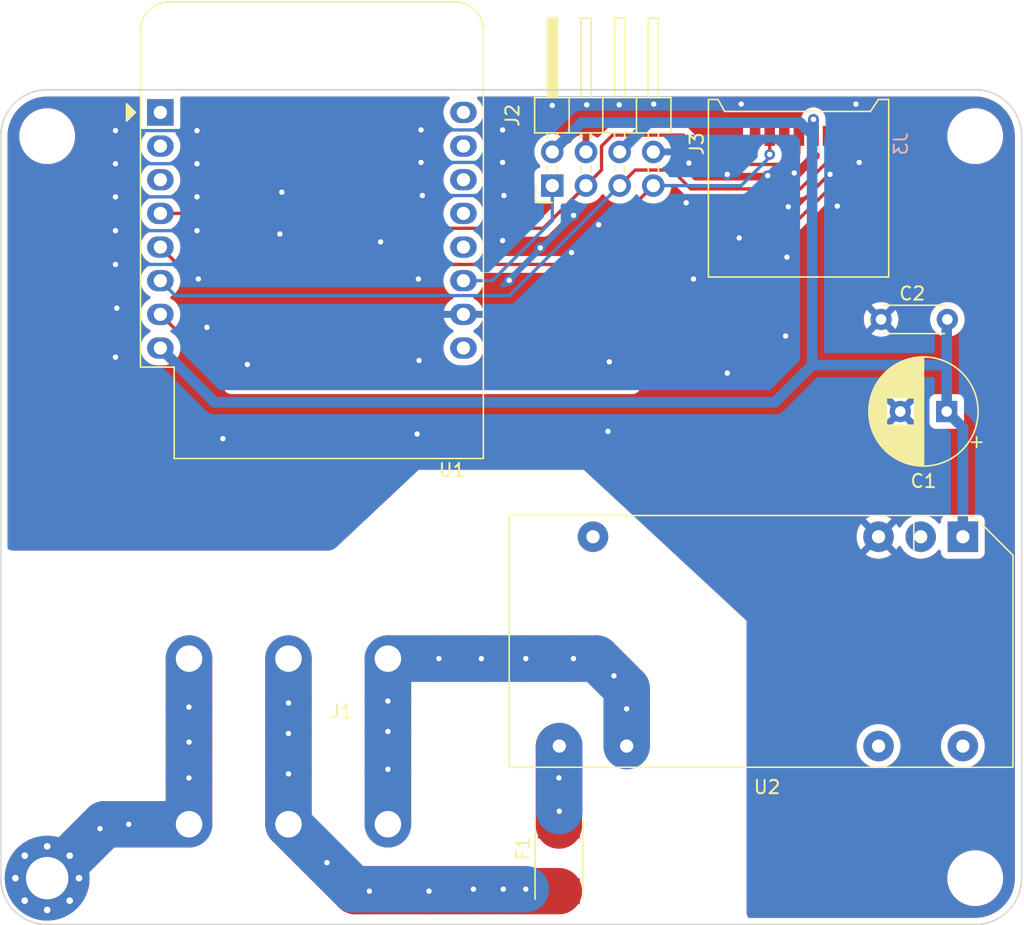
<source format=kicad_pcb>
(kicad_pcb (version 20210722) (generator pcbnew)
  (layers (0 "F.Cu" signal) (31 "B.Cu" signal) (34 "B.Paste" user) (35 "F.Paste" user) (36 "B.SilkS" user "B.Silkscreen") (37 "F.SilkS" user "F.Silkscreen") (38 "B.Mask" user) (39 "F.Mask" user) (44 "Edge.Cuts" user))
  (net 0 "")
  (net 1 "+3V3")
  (net 2 "GND")
  (net 5 "AC1")
  (net 6 "AC2")
  (net 10 "CLK")
  (net 11 "MISO")
  (net 12 "MOSI")
  (net 13 "Net-(F1-Pad2)")
  (net 14 "CS")
  (net 20 "PE")
  (net 21 "SD_CS")
  (footprint "Capacitor_THT:CP_Radial_D8.0mm_P3.50mm" (layer "F.Cu") (at 181.55 74.95 180)
    (fp_text reference "C1" (at 1.75 -5.25) (layer "F.SilkS"))
    (fp_text value "470uF" hide)
    (fp_line (start 4.431 -3.09) (end 4.431 -1.04) (layer "F.SilkS") (width 0.12))
    (fp_line (start 3.111 -3.85) (end 3.111 -1.04) (layer "F.SilkS") (width 0.12))
    (fp_line (start 4.151 -3.309) (end 4.151 -1.04) (layer "F.SilkS") (width 0.12))
    (fp_line (start 4.311 -3.189) (end 4.311 -1.04) (layer "F.SilkS") (width 0.12))
    (fp_line (start 3.991 1.04) (end 3.991 3.418) (layer "F.SilkS") (width 0.12))
    (fp_line (start 5.551 -1.552) (end 5.551 1.552) (layer "F.SilkS") (width 0.12))
    (fp_line (start 4.951 -2.556) (end 4.951 2.556) (layer "F.SilkS") (width 0.12))
    (fp_line (start 4.751 -2.784) (end 4.751 2.784) (layer "F.SilkS") (width 0.12))
    (fp_line (start 4.551 -2.983) (end 4.551 2.983) (layer "F.SilkS") (width 0.12))
    (fp_line (start 4.591 -2.945) (end 4.591 2.945) (layer "F.SilkS") (width 0.12))
    (fp_line (start 5.391 -1.89) (end 5.391 1.89) (layer "F.SilkS") (width 0.12))
    (fp_line (start 5.671 -1.229) (end 5.671 1.229) (layer "F.SilkS") (width 0.12))
    (fp_line (start 4.791 -2.741) (end 4.791 2.741) (layer "F.SilkS") (width 0.12))
    (fp_line (start 4.391 1.04) (end 4.391 3.124) (layer "F.SilkS") (width 0.12))
    (fp_line (start 5.831 -0.533) (end 5.831 0.533) (layer "F.SilkS") (width 0.12))
    (fp_line (start 3.551 -3.666) (end 3.551 -1.04) (layer "F.SilkS") (width 0.12))
    (fp_line (start 3.191 -3.821) (end 3.191 -1.04) (layer "F.SilkS") (width 0.12))
    (fp_line (start 4.351 -3.156) (end 4.351 -1.04) (layer "F.SilkS") (width 0.12))
    (fp_line (start 3.431 1.04) (end 3.431 3.722) (layer "F.SilkS") (width 0.12))
    (fp_line (start 4.111 1.04) (end 4.111 3.338) (layer "F.SilkS") (width 0.12))
    (fp_line (start 4.231 -3.25) (end 4.231 -1.04) (layer "F.SilkS") (width 0.12))
    (fp_line (start 2.791 1.04) (end 2.791 3.947) (layer "F.SilkS") (width 0.12))
    (fp_line (start 3.831 1.04) (end 3.831 3.517) (layer "F.SilkS") (width 0.12))
    (fp_line (start 5.591 -1.453) (end 5.591 1.453) (layer "F.SilkS") (width 0.12))
    (fp_line (start 2.471 1.04) (end 2.471 4.017) (layer "F.SilkS") (width 0.12))
    (fp_line (start 5.751 -0.948) (end 5.751 0.948) (layer "F.SilkS") (width 0.12))
    (fp_line (start 3.951 -3.444) (end 3.951 -1.04) (layer "F.SilkS") (width 0.12))
    (fp_line (start 5.231 -2.166) (end 5.231 2.166) (layer "F.SilkS") (width 0.12))
    (fp_line (start 3.351 -3.757) (end 3.351 -1.04) (layer "F.SilkS") (width 0.12))
    (fp_line (start 4.271 1.04) (end 4.271 3.22) (layer "F.SilkS") (width 0.12))
    (fp_line (start 5.311 -2.034) (end 5.311 2.034) (layer "F.SilkS") (width 0.12))
    (fp_line (start 2.551 -4.002) (end 2.551 -1.04) (layer "F.SilkS") (width 0.12))
    (fp_line (start 5.271 -2.102) (end 5.271 2.102) (layer "F.SilkS") (width 0.12))
    (fp_line (start 3.751 1.04) (end 3.751 3.562) (layer "F.SilkS") (width 0.12))
    (fp_line (start 5.111 -2.345) (end 5.111 2.345) (layer "F.SilkS") (width 0.12))
    (fp_line (start 3.711 1.04) (end 3.711 3.584) (layer "F.SilkS") (width 0.12))
    (fp_line (start 3.031 1.04) (end 3.031 3.877) (layer "F.SilkS") (width 0.12))
    (fp_line (start 4.471 1.04) (end 4.471 3.055) (layer "F.SilkS") (width 0.12))
    (fp_line (start 2.991 1.04) (end 2.991 3.889) (layer "F.SilkS") (width 0.12))
    (fp_line (start 2.19 -4.057) (end 2.19 4.057) (layer "F.SilkS") (width 0.12))
    (fp_line (start 4.511 1.04) (end 4.511 3.019) (layer "F.SilkS") (width 0.12))
    (fp_line (start 4.991 -2.505) (end 4.991 2.505) (layer "F.SilkS") (width 0.12))
    (fp_line (start 2.951 -3.902) (end 2.951 -1.04) (layer "F.SilkS") (width 0.12))
    (fp_line (start 5.791 -0.768) (end 5.791 0.768) (layer "F.SilkS") (width 0.12))
    (fp_line (start 3.631 -3.627) (end 3.631 -1.04) (layer "F.SilkS") (width 0.12))
    (fp_line (start 4.191 1.04) (end 4.191 3.28) (layer "F.SilkS") (width 0.12))
    (fp_line (start 4.271 -3.22) (end 4.271 -1.04) (layer "F.SilkS") (width 0.12))
    (fp_line (start 3.231 -3.805) (end 3.231 -1.04) (layer "F.SilkS") (width 0.12))
    (fp_line (start 3.911 -3.469) (end 3.911 -1.04) (layer "F.SilkS") (width 0.12))
    (fp_line (start 3.471 -3.704) (end 3.471 -1.04) (layer "F.SilkS") (width 0.12))
    (fp_line (start 3.671 -3.606) (end 3.671 -1.04) (layer "F.SilkS") (width 0.12))
    (fp_line (start 4.031 -3.392) (end 4.031 -1.04) (layer "F.SilkS") (width 0.12))
    (fp_line (start 3.151 1.04) (end 3.151 3.835) (layer "F.SilkS") (width 0.12))
    (fp_line (start 3.871 -3.493) (end 3.871 -1.04) (layer "F.SilkS") (width 0.12))
    (fp_line (start 2.11 -4.065) (end 2.11 4.065) (layer "F.SilkS") (width 0.12))
    (fp_line (start 2.871 -3.925) (end 2.871 -1.04) (layer "F.SilkS") (width 0.12))
    (fp_line (start 5.431 -1.813) (end 5.431 1.813) (layer "F.SilkS") (width 0.12))
    (fp_line (start 3.031 -3.877) (end 3.031 -1.04) (layer "F.SilkS") (width 0.12))
    (fp_line (start 4.911 -2.604) (end 4.911 2.604) (layer "F.SilkS") (width 0.12))
    (fp_line (start 3.511 1.04) (end 3.511 3.686) (layer "F.SilkS") (width 0.12))
    (fp_line (start 2.07 -4.068) (end 2.07 4.068) (layer "F.SilkS") (width 0.12))
    (fp_line (start 5.711 -1.098) (end 5.711 1.098) (layer "F.SilkS") (width 0.12))
    (fp_line (start 3.111 1.04) (end 3.111 3.85) (layer "F.SilkS") (width 0.12))
    (fp_line (start 3.311 -3.774) (end 3.311 -1.04) (layer "F.SilkS") (width 0.12))
    (fp_line (start 2.831 1.04) (end 2.831 3.936) (layer "F.SilkS") (width 0.12))
    (fp_line (start 4.071 -3.365) (end 4.071 -1.04) (layer "F.SilkS") (width 0.12))
    (fp_line (start 2.871 1.04) (end 2.871 3.925) (layer "F.SilkS") (width 0.12))
    (fp_line (start 3.471 1.04) (end 3.471 3.704) (layer "F.SilkS") (width 0.12))
    (fp_line (start -2.259698 -2.715) (end -2.259698 -1.915) (layer "F.SilkS") (width 0.12))
    (fp_line (start 2.991 -3.889) (end 2.991 -1.04) (layer "F.SilkS") (width 0.12))
    (fp_line (start 3.671 1.04) (end 3.671 3.606) (layer "F.SilkS") (width 0.12))
    (fp_line (start 3.271 -3.79) (end 3.271 -1.04) (layer "F.SilkS") (width 0.12))
    (fp_line (start 5.071 -2.4) (end 5.071 2.4) (layer "F.SilkS") (width 0.12))
    (fp_line (start 4.351 1.04) (end 4.351 3.156) (layer "F.SilkS") (width 0.12))
    (fp_line (start 3.591 -3.647) (end 3.591 -1.04) (layer "F.SilkS") (width 0.12))
    (fp_line (start 2.671 1.04) (end 2.671 3.976) (layer "F.SilkS") (width 0.12))
    (fp_line (start 2.511 -4.01) (end 2.511 -1.04) (layer "F.SilkS") (width 0.12))
    (fp_line (start 1.91 -4.077) (end 1.91 4.077) (layer "F.SilkS") (width 0.12))
    (fp_line (start 5.631 -1.346) (end 5.631 1.346) (layer "F.SilkS") (width 0.12))
    (fp_line (start 3.911 1.04) (end 3.911 3.469) (layer "F.SilkS") (width 0.12))
    (fp_line (start 4.871 -2.651) (end 4.871 2.651) (layer "F.SilkS") (width 0.12))
    (fp_line (start 3.591 1.04) (end 3.591 3.647) (layer "F.SilkS") (width 0.12))
    (fp_line (start 3.711 -3.584) (end 3.711 -1.04) (layer "F.SilkS") (width 0.12))
    (fp_line (start 3.391 -3.74) (end 3.391 -1.04) (layer "F.SilkS") (width 0.12))
    (fp_line (start 2.791 -3.947) (end 2.791 -1.04) (layer "F.SilkS") (width 0.12))
    (fp_line (start 4.471 -3.055) (end 4.471 -1.04) (layer "F.SilkS") (width 0.12))
    (fp_line (start 2.631 -3.985) (end 2.631 -1.04) (layer "F.SilkS") (width 0.12))
    (fp_line (start 2.911 -3.914) (end 2.911 -1.04) (layer "F.SilkS") (width 0.12))
    (fp_line (start 2.35 -4.037) (end 2.35 4.037) (layer "F.SilkS") (width 0.12))
    (fp_line (start 3.431 -3.722) (end 3.431 -1.04) (layer "F.SilkS") (width 0.12))
    (fp_line (start 2.43 -4.024) (end 2.43 4.024) (layer "F.SilkS") (width 0.12))
    (fp_line (start 4.151 1.04) (end 4.151 3.309) (layer "F.SilkS") (width 0.12))
    (fp_line (start 2.711 -3.967) (end 2.711 -1.04) (layer "F.SilkS") (width 0.12))
    (fp_line (start 5.471 -1.731) (end 5.471 1.731) (layer "F.SilkS") (width 0.12))
    (fp_line (start 1.79 -4.08) (end 1.79 4.08) (layer "F.SilkS") (width 0.12))
    (fp_line (start 1.95 -4.076) (end 1.95 4.076) (layer "F.SilkS") (width 0.12))
    (fp_line (start 3.311 1.04) (end 3.311 3.774) (layer "F.SilkS") (width 0.12))
    (fp_line (start 4.671 -2.867) (end 4.671 2.867) (layer "F.SilkS") (width 0.12))
    (fp_line (start 3.951 1.04) (end 3.951 3.444) (layer "F.SilkS") (width 0.12))
    (fp_line (start 3.991 -3.418) (end 3.991 -1.04) (layer "F.SilkS") (width 0.12))
    (fp_line (start 2.03 -4.071) (end 2.03 4.071) (layer "F.SilkS") (width 0.12))
    (fp_line (start 5.031 -2.454) (end 5.031 2.454) (layer "F.SilkS") (width 0.12))
    (fp_line (start 3.831 -3.517) (end 3.831 -1.04) (layer "F.SilkS") (width 0.12))
    (fp_line (start 3.351 1.04) (end 3.351 3.757) (layer "F.SilkS") (width 0.12))
    (fp_line (start 3.191 1.04) (end 3.191 3.821) (layer "F.SilkS") (width 0.12))
    (fp_line (start 3.151 -3.835) (end 3.151 -1.04) (layer "F.SilkS") (width 0.12))
    (fp_line (start 5.351 -1.964) (end 5.351 1.964) (layer "F.SilkS") (width 0.12))
    (fp_line (start 3.631 1.04) (end 3.631 3.627) (layer "F.SilkS") (width 0.12))
    (fp_line (start 4.631 -2.907) (end 4.631 2.907) (layer "F.SilkS") (width 0.12))
    (fp_line (start 2.27 -4.048) (end 2.27 4.048) (layer "F.SilkS") (width 0.12))
    (fp_line (start 2.751 -3.957) (end 2.751 -1.04) (layer "F.SilkS") (width 0.12))
    (fp_line (start 3.551 1.04) (end 3.551 3.666) (layer "F.SilkS") (width 0.12))
    (fp_line (start 4.311 1.04) (end 4.311 3.189) (layer "F.SilkS") (width 0.12))
    (fp_line (start 5.151 -2.287) (end 5.151 2.287) (layer "F.SilkS") (width 0.12))
    (fp_line (start 1.87 -4.079) (end 1.87 4.079) (layer "F.SilkS") (width 0.12))
    (fp_line (start 1.99 -4.074) (end 1.99 4.074) (layer "F.SilkS") (width 0.12))
    (fp_line (start 4.071 1.04) (end 4.071 3.365) (layer "F.SilkS") (width 0.12))
    (fp_line (start 2.15 -4.061) (end 2.15 4.061) (layer "F.SilkS") (width 0.12))
    (fp_line (start 3.391 1.04) (end 3.391 3.74) (layer "F.SilkS") (width 0.12))
    (fp_line (start 3.511 -3.686) (end 3.511 -1.04) (layer "F.SilkS") (width 0.12))
    (fp_line (start 3.071 -3.863) (end 3.071 -1.04) (layer "F.SilkS") (width 0.12))
    (fp_line (start 5.511 -1.645) (end 5.511 1.645) (layer "F.SilkS") (width 0.12))
    (fp_line (start 2.951 1.04) (end 2.951 3.902) (layer "F.SilkS") (width 0.12))
    (fp_line (start 4.191 -3.28) (end 4.191 -1.04) (layer "F.SilkS") (width 0.12))
    (fp_line (start 3.791 -3.54) (end 3.791 -1.04) (layer "F.SilkS") (width 0.12))
    (fp_line (start 5.191 -2.228) (end 5.191 2.228) (layer "F.SilkS") (width 0.12))
    (fp_line (start 3.751 -3.562) (end 3.751 -1.04) (layer "F.SilkS") (width 0.12))
    (fp_line (start 2.511 1.04) (end 2.511 4.01) (layer "F.SilkS") (width 0.12))
    (fp_line (start 4.231 1.04) (end 4.231 3.25) (layer "F.SilkS") (width 0.12))
    (fp_line (start 4.111 -3.338) (end 4.111 -1.04) (layer "F.SilkS") (width 0.12))
    (fp_line (start 2.911 1.04) (end 2.911 3.914) (layer "F.SilkS") (width 0.12))
    (fp_line (start 2.711 1.04) (end 2.711 3.967) (layer "F.SilkS") (width 0.12))
    (fp_line (start 3.071 1.04) (end 3.071 3.863) (layer "F.SilkS") (width 0.12))
    (fp_line (start 2.751 1.04) (end 2.751 3.957) (layer "F.SilkS") (width 0.12))
    (fp_line (start 4.391 -3.124) (end 4.391 -1.04) (layer "F.SilkS") (width 0.12))
    (fp_line (start 4.431 1.04) (end 4.431 3.09) (layer "F.SilkS") (width 0.12))
    (fp_line (start 4.031 1.04) (end 4.031 3.392) (layer "F.SilkS") (width 0.12))
    (fp_line (start 2.31 -4.042) (end 2.31 4.042) (layer "F.SilkS") (width 0.12))
    (fp_line (start 1.83 -4.08) (end 1.83 4.08) (layer "F.SilkS") (width 0.12))
    (fp_line (start 2.471 -4.017) (end 2.471 -1.04) (layer "F.SilkS") (width 0.12))
    (fp_line (start 3.791 1.04) (end 3.791 3.54) (layer "F.SilkS") (width 0.12))
    (fp_line (start 4.831 -2.697) (end 4.831 2.697) (layer "F.SilkS") (width 0.12))
    (fp_line (start 2.23 -4.052) (end 2.23 4.052) (layer "F.SilkS") (width 0.12))
    (fp_line (start 3.231 1.04) (end 3.231 3.805) (layer "F.SilkS") (width 0.12))
    (fp_line (start 2.591 1.04) (end 2.591 3.994) (layer "F.SilkS") (width 0.12))
    (fp_line (start 2.551 1.04) (end 2.551 4.002) (layer "F.SilkS") (width 0.12))
    (fp_line (start 2.831 -3.936) (end 2.831 -1.04) (layer "F.SilkS") (width 0.12))
    (fp_line (start 4.711 -2.826) (end 4.711 2.826) (layer "F.SilkS") (width 0.12))
    (fp_line (start -2.659698 -2.315) (end -1.859698 -2.315) (layer "F.SilkS") (width 0.12))
    (fp_line (start 3.271 1.04) (end 3.271 3.79) (layer "F.SilkS") (width 0.12))
    (fp_line (start 2.591 -3.994) (end 2.591 -1.04) (layer "F.SilkS") (width 0.12))
    (fp_line (start 3.871 1.04) (end 3.871 3.493) (layer "F.SilkS") (width 0.12))
    (fp_line (start 2.671 -3.976) (end 2.671 -1.04) (layer "F.SilkS") (width 0.12))
    (fp_line (start 2.631 1.04) (end 2.631 3.985) (layer "F.SilkS") (width 0.12))
    (fp_line (start 4.511 -3.019) (end 4.511 -1.04) (layer "F.SilkS") (width 0.12))
    (fp_line (start 2.39 -4.03) (end 2.39 4.03) (layer "F.SilkS") (width 0.12))
    (fp_line (start 1.75 -4.08) (end 1.75 4.08) (layer "F.SilkS") (width 0.12))
    (fp_circle (center 1.75 0) (end 5.87 0) (layer "F.SilkS") (width 0.12) (fill none))
    (pad "1" thru_hole rect locked (at 0 0 180) (size 1.6 1.6) (drill 0.8) (layers *.Cu *.Mask) (net 1 "+3V3"))
    (pad "2" thru_hole circle locked (at 3.5 0 180) (size 1.6 1.6) (drill 0.8) (layers *.Cu *.Mask) (net 2 "GND"))
  )
  (footprint "pac:MountingHolesPE" (layer "F.Cu") (at 113.7 110.17)
    (fp_text reference "M1" (at 0 -0.5 unlocked) (layer "F.SilkS"))
    (fp_text value "MountingHoles" hide)
    (fp_line (start 73.5 -56) (end 73.5 0) (layer "Edge.Cuts") (width 0.12))
    (fp_line (start 0 -59.5) (end 70 -59.5) (layer "Edge.Cuts") (width 0.12))
    (fp_line (start 70 3.5) (end 0 3.5) (layer "Edge.Cuts") (width 0.12))
    (fp_line (start -3.5 0) (end -3.5 -56) (layer "Edge.Cuts") (width 0.12))
    (fp_arc (start 70 -56) (end 70 -59.5) (angle 90) (layer "Edge.Cuts") (width 0.12))
    (fp_arc (start 0 -56) (end -3.5 -56) (angle 90) (layer "Edge.Cuts") (width 0.12))
    (fp_arc (start 70 0) (end 73.5 0) (angle 90) (layer "Edge.Cuts") (width 0.12))
    (fp_arc (start 0 0) (end 0 3.5) (angle 90) (layer "Edge.Cuts") (width 0.12))
    (pad "" np_thru_hole circle (at 0 -56) (size 3.2 3.2) (drill 3.2) (layers F&B.Cu *.Mask))
    (pad "" np_thru_hole circle (at 70 -56) (size 3.2 3.2) (drill 3.2) (layers F&B.Cu *.Mask))
    (pad "" np_thru_hole circle (at 70 0) (size 3.2 3.2) (drill 3.2) (layers F&B.Cu *.Mask))
    (pad "1" thru_hole circle (at -1.697056 -1.697056) (size 0.8 0.8) (drill 0.5) (layers *.Cu *.Mask) (net 20 "PE"))
    (pad "1" thru_hole circle (at -2.4 0) (size 0.8 0.8) (drill 0.5) (layers *.Cu *.Mask) (net 20 "PE"))
    (pad "1" thru_hole circle (at 1.697056 -1.697056) (size 0.8 0.8) (drill 0.5) (layers *.Cu *.Mask) (net 20 "PE"))
    (pad "1" thru_hole circle (at -1.697056 1.697056) (size 0.8 0.8) (drill 0.5) (layers *.Cu *.Mask) (net 20 "PE"))
    (pad "1" thru_hole circle (at 0 0) (size 6.4 6.4) (drill 3.2) (layers *.Cu *.Mask) (net 20 "PE"))
    (pad "1" thru_hole circle (at 2.4 0) (size 0.8 0.8) (drill 0.5) (layers *.Cu *.Mask) (net 20 "PE"))
    (pad "1" thru_hole circle (at 0 2.4) (size 0.8 0.8) (drill 0.5) (layers *.Cu *.Mask) (net 20 "PE"))
    (pad "1" thru_hole circle (at 1.697056 1.697056) (size 0.8 0.8) (drill 0.5) (layers *.Cu *.Mask) (net 20 "PE"))
    (pad "1" thru_hole circle (at 0 -2.4) (size 0.8 0.8) (drill 0.5) (layers *.Cu *.Mask) (net 20 "PE"))
  )
  (footprint "Capacitor_THT:C_Disc_D4.3mm_W1.9mm_P5.00mm" (layer "F.Cu") (at 181.6 68 180)
    (fp_text reference "C2" (at 2.65 1.95) (layer "F.SilkS"))
    (fp_text value "1uF" hide)
    (fp_line (start 4.77 1.055) (end 4.77 1.07) (layer "F.SilkS") (width 0.12))
    (fp_line (start 0.23 1.07) (end 4.77 1.07) (layer "F.SilkS") (width 0.12))
    (fp_line (start 0.23 -1.07) (end 0.23 -1.055) (layer "F.SilkS") (width 0.12))
    (fp_line (start 0.23 1.055) (end 0.23 1.07) (layer "F.SilkS") (width 0.12))
    (fp_line (start 4.77 -1.07) (end 4.77 -1.055) (layer "F.SilkS") (width 0.12))
    (fp_line (start 0.23 -1.07) (end 4.77 -1.07) (layer "F.SilkS") (width 0.12))
    (pad "1" thru_hole circle locked (at 0 0 180) (size 1.6 1.6) (drill 0.8) (layers *.Cu *.Mask) (net 1 "+3V3"))
    (pad "2" thru_hole circle locked (at 5 0 180) (size 1.6 1.6) (drill 0.8) (layers *.Cu *.Mask) (net 2 "GND"))
  )
  (footprint "Connector_PinHeader_2.54mm:PinHeader_2x04_P2.54mm_Horizontal" (layer "F.Cu") (at 151.8 57.9 90)
    (fp_text reference "J2" (at 5.3 -3 90) (layer "F.SilkS"))
    (fp_text value "Conn_02x04_Odd_Even" hide)
    (fp_line (start 12.64 0.38) (end 6.64 0.38) (layer "F.SilkS") (width 0.12))
    (fp_line (start 6.64 2.16) (end 12.64 2.16) (layer "F.SilkS") (width 0.12))
    (fp_line (start 3.582929 2.92) (end 3.98 2.92) (layer "F.SilkS") (width 0.12))
    (fp_line (start 1.042929 2.16) (end 1.497071 2.16) (layer "F.SilkS") (width 0.12))
    (fp_line (start 6.64 -0.2) (end 12.64 -0.2) (layer "F.SilkS") (width 0.12))
    (fp_line (start 6.64 4.7) (end 12.64 4.7) (layer "F.SilkS") (width 0.12))
    (fp_line (start 6.64 -0.32) (end 12.64 -0.32) (layer "F.SilkS") (width 0.12))
    (fp_line (start 1.11 0.38) (end 1.497071 0.38) (layer "F.SilkS") (width 0.12))
    (fp_line (start 1.11 -0.38) (end 1.497071 -0.38) (layer "F.SilkS") (width 0.12))
    (fp_line (start 3.98 1.27) (end 6.64 1.27) (layer "F.SilkS") (width 0.12))
    (fp_line (start 3.582929 4.7) (end 3.98 4.7) (layer "F.SilkS") (width 0.12))
    (fp_line (start 1.042929 8) (end 1.497071 8) (layer "F.SilkS") (width 0.12))
    (fp_line (start -1.27 -1.27) (end 0 -1.27) (layer "F.SilkS") (width 0.12))
    (fp_line (start 6.64 8.95) (end 6.64 -1.33) (layer "F.SilkS") (width 0.12))
    (fp_line (start 1.042929 5.46) (end 1.497071 5.46) (layer "F.SilkS") (width 0.12))
    (fp_line (start -1.27 0) (end -1.27 -1.27) (layer "F.SilkS") (width 0.12))
    (fp_line (start 3.582929 0.38) (end 3.98 0.38) (layer "F.SilkS") (width 0.12))
    (fp_line (start 6.64 7.24) (end 12.64 7.24) (layer "F.SilkS") (width 0.12))
    (fp_line (start 3.582929 2.16) (end 3.98 2.16) (layer "F.SilkS") (width 0.12))
    (fp_line (start 1.042929 2.92) (end 1.497071 2.92) (layer "F.SilkS") (width 0.12))
    (fp_line (start 1.042929 7.24) (end 1.497071 7.24) (layer "F.SilkS") (width 0.12))
    (fp_line (start 12.64 5.46) (end 6.64 5.46) (layer "F.SilkS") (width 0.12))
    (fp_line (start 12.64 2.92) (end 6.64 2.92) (layer "F.SilkS") (width 0.12))
    (fp_line (start 6.64 -1.33) (end 3.98 -1.33) (layer "F.SilkS") (width 0.12))
    (fp_line (start 12.64 2.16) (end 12.64 2.92) (layer "F.SilkS") (width 0.12))
    (fp_line (start 6.64 0.04) (end 12.64 0.04) (layer "F.SilkS") (width 0.12))
    (fp_line (start 3.582929 7.24) (end 3.98 7.24) (layer "F.SilkS") (width 0.12))
    (fp_line (start 12.64 7.24) (end 12.64 8) (layer "F.SilkS") (width 0.12))
    (fp_line (start 3.98 6.35) (end 6.64 6.35) (layer "F.SilkS") (width 0.12))
    (fp_line (start 12.64 -0.38) (end 12.64 0.38) (layer "F.SilkS") (width 0.12))
    (fp_line (start 12.64 4.7) (end 12.64 5.46) (layer "F.SilkS") (width 0.12))
    (fp_line (start 3.582929 5.46) (end 3.98 5.46) (layer "F.SilkS") (width 0.12))
    (fp_line (start 6.64 -0.08) (end 12.64 -0.08) (layer "F.SilkS") (width 0.12))
    (fp_line (start 3.98 -1.33) (end 3.98 8.95) (layer "F.SilkS") (width 0.12))
    (fp_line (start 3.582929 -0.38) (end 3.98 -0.38) (layer "F.SilkS") (width 0.12))
    (fp_line (start 6.64 0.16) (end 12.64 0.16) (layer "F.SilkS") (width 0.12))
    (fp_line (start 12.64 8) (end 6.64 8) (layer "F.SilkS") (width 0.12))
    (fp_line (start 3.98 3.81) (end 6.64 3.81) (layer "F.SilkS") (width 0.12))
    (fp_line (start 6.64 -0.38) (end 12.64 -0.38) (layer "F.SilkS") (width 0.12))
    (fp_line (start 3.98 8.95) (end 6.64 8.95) (layer "F.SilkS") (width 0.12))
    (fp_line (start 6.64 0.28) (end 12.64 0.28) (layer "F.SilkS") (width 0.12))
    (fp_line (start 3.582929 8) (end 3.98 8) (layer "F.SilkS") (width 0.12))
    (fp_line (start 1.042929 4.7) (end 1.497071 4.7) (layer "F.SilkS") (width 0.12))
    (pad "1" thru_hole rect locked (at 0 0 90) (size 1.7 1.7) (drill 1) (layers *.Cu *.Mask) (net 14 "CS"))
    (pad "2" thru_hole oval locked (at 2.54 0 90) (size 1.7 1.7) (drill 1) (layers *.Cu *.Mask) (net 1 "+3V3"))
    (pad "3" thru_hole oval locked (at 0 2.54 90) (size 1.7 1.7) (drill 1) (layers *.Cu *.Mask) (net 10 "CLK"))
    (pad "4" thru_hole oval locked (at 2.54 2.54 90) (size 1.7 1.7) (drill 1) (layers *.Cu *.Mask) (net 2 "GND"))
    (pad "5" thru_hole oval locked (at 0 5.08 90) (size 1.7 1.7) (drill 1) (layers *.Cu *.Mask) (net 12 "MOSI"))
    (pad "6" thru_hole oval locked (at 2.54 5.08 90) (size 1.7 1.7) (drill 1) (layers *.Cu *.Mask) (net 1 "+3V3"))
    (pad "7" thru_hole oval locked (at 0 7.62 90) (size 1.7 1.7) (drill 1) (layers *.Cu *.Mask) (net 11 "MISO"))
    (pad "8" thru_hole oval locked (at 2.54 7.62 90) (size 1.7 1.7) (drill 1) (layers *.Cu *.Mask) (net 2 "GND"))
  )
  (footprint "phase_angle_control:micro_sd_slot" (layer "F.Cu") (at 170.3 52.3 180)
    (fp_text reference "J3" (at 7.6 -2.45 90 unlocked) (layer "F.SilkS"))
    (fp_text value "Micro_SD_Card" hide)
    (fp_poly (pts (xy 6.725 0.9) (xy 6 0.9) (xy 5.5 0) (xy -5.5 0) (xy -6.1 0.9) (xy -6.875 0.9) (xy -6.875 -12.5) (xy 6.725 -12.5)) (layer "F.SilkS") (width 0.12) (fill none))
    (pad "1" smd rect (at -4.5 -1.85 180) (size 0.8 1.5) (layers "F.Cu" "F.Paste" "F.Mask"))
    (pad "2" smd rect (at -3.4 -1.85 180) (size 0.8 1.5) (layers "F.Cu" "F.Paste" "F.Mask") (net 21 "SD_CS"))
    (pad "3" smd rect (at -2.3 -1.85 180) (size 0.8 1.5) (layers "F.Cu" "F.Paste" "F.Mask") (net 12 "MOSI"))
    (pad "4" smd rect (at -1.2 -1.85 180) (size 0.8 1.5) (layers "F.Cu" "F.Paste" "F.Mask") (net 1 "+3V3"))
    (pad "5" smd rect (at -0.1 -1.85 180) (size 0.8 1.5) (layers "F.Cu" "F.Paste" "F.Mask") (net 10 "CLK"))
    (pad "6" smd rect (at 1 -1.85 180) (size 0.8 1.5) (layers "F.Cu" "F.Paste" "F.Mask") (net 2 "GND"))
    (pad "7" smd rect (at 2.1 -1.85 180) (size 0.8 1.5) (layers "F.Cu" "F.Paste" "F.Mask") (net 11 "MISO"))
    (pad "8" smd rect (at 3.2 -1.85 180) (size 0.8 1.5) (layers "F.Cu" "F.Paste" "F.Mask"))
    (pad "9" smd rect (at -6.8 -8.3 180) (size 1.45 2) (layers "F.Cu" "F.Paste" "F.Mask") (net 2 "GND"))
    (pad "9" smd rect (at -6.8 0 180) (size 1.45 2) (layers "F.Cu" "F.Paste" "F.Mask") (net 2 "GND"))
    (pad "9" smd rect (at 6.8 -8.3 180) (size 1.45 2) (layers "F.Cu" "F.Paste" "F.Mask") (net 2 "GND"))
    (pad "9" smd rect (at 6.8 0 180) (size 1.45 2) (layers "F.Cu" "F.Paste" "F.Mask") (net 2 "GND"))
  )
  (footprint "Module:WEMOS_D1_mini_light" (layer "F.Cu") (at 122.2375 52.3775)
    (fp_text reference "U1" (at 22 27) (layer "F.SilkS"))
    (fp_text value "WeMos_D1_mini" hide)
    (fp_line (start 24.36 26.12) (end 24.36 -6.21) (layer "F.SilkS") (width 0.12))
    (fp_line (start 22.24 -8.34) (end 0.63 -8.34) (layer "F.SilkS") (width 0.12))
    (fp_line (start 1.04 19.22) (end 1.04 26.12) (layer "F.SilkS") (width 0.12))
    (fp_line (start -1.5 19.22) (end 1.04 19.22) (layer "F.SilkS") (width 0.12))
    (fp_line (start -1.5 19.22) (end -1.5 -6.21) (layer "F.SilkS") (width 0.12))
    (fp_line (start 1.04 26.12) (end 24.36 26.12) (layer "F.SilkS") (width 0.12))
    (fp_arc (start 22.23 -6.21) (end 24.36 -6.21) (angle -90) (layer "F.SilkS") (width 0.12))
    (fp_arc (start 0.63 -6.21) (end 0.63 -8.34) (angle -90) (layer "F.SilkS") (width 0.12))
    (fp_poly (pts (xy -2.54 -0.635) (xy -2.54 0.635) (xy -1.905 0)) (layer "F.SilkS") (width 0.15) (fill solid))
    (pad "1" thru_hole rect locked (at 0 0) (size 2 2) (drill 1) (layers *.Cu *.Mask))
    (pad "2" thru_hole oval locked (at 0 2.54) (size 2 1.6) (drill 1) (layers *.Cu *.Mask))
    (pad "3" thru_hole oval locked (at 0 5.08) (size 2 1.6) (drill 1) (layers *.Cu *.Mask))
    (pad "4" thru_hole oval locked (at 0 7.62) (size 2 1.6) (drill 1) (layers *.Cu *.Mask) (net 10 "CLK"))
    (pad "5" thru_hole oval locked (at 0 10.16) (size 2 1.6) (drill 1) (layers *.Cu *.Mask) (net 11 "MISO"))
    (pad "6" thru_hole oval locked (at 0 12.7) (size 2 1.6) (drill 1) (layers *.Cu *.Mask) (net 12 "MOSI"))
    (pad "7" thru_hole oval locked (at 0 15.24) (size 2 1.6) (drill 1) (layers *.Cu *.Mask) (net 21 "SD_CS"))
    (pad "8" thru_hole oval locked (at 0 17.78) (size 2 1.6) (drill 1) (layers *.Cu *.Mask) (net 1 "+3V3"))
    (pad "9" thru_hole oval locked (at 22.86 17.78) (size 2 1.6) (drill 1) (layers *.Cu *.Mask))
    (pad "10" thru_hole oval locked (at 22.86 15.24) (size 2 1.6) (drill 1) (layers *.Cu *.Mask) (net 2 "GND"))
    (pad "11" thru_hole oval locked (at 22.86 12.7) (size 2 1.6) (drill 1) (layers *.Cu *.Mask) (net 14 "CS"))
    (pad "12" thru_hole oval locked (at 22.86 10.16) (size 2 1.6) (drill 1) (layers *.Cu *.Mask))
    (pad "13" thru_hole oval locked (at 22.86 7.62) (size 2 1.6) (drill 1) (layers *.Cu *.Mask))
    (pad "14" thru_hole oval locked (at 22.86 5.08) (size 2 1.6) (drill 1) (layers *.Cu *.Mask))
    (pad "15" thru_hole oval locked (at 22.86 2.54) (size 2 1.6) (drill 1) (layers *.Cu *.Mask))
    (pad "16" thru_hole oval locked (at 22.86 0) (size 2 1.6) (drill 1) (layers *.Cu *.Mask))
  )
  (footprint "phase_angle_control:TAD3-0303-WEDI" (layer "F.Cu") (at 167.55 92.3 180)
    (fp_text reference "U2" (at -0.45 -11) (layer "F.SilkS"))
    (fp_text value "TAD3-0303-WEDI" hide)
    (fp_line (start -11.52 6.89) (end -11.52 8.9) (layer "F.SilkS") (width 0.12))
    (fp_poly (pts (xy -19 6.5) (xy -16 9.5) (xy 19 9.5) (xy 19 -9.5) (xy -19 -9.5)) (layer "F.SilkS") (width 0.12) (fill none))
    (pad "1" thru_hole rect locked (at -15.22 7.9 180) (size 2.3 2.3) (drill 1) (layers *.Cu *.Mask) (net 1 "+3V3"))
    (pad "2" thru_hole circle locked (at -12.04 7.9 180) (size 2.3 2.3) (drill 1) (layers *.Cu *.Mask))
    (pad "3" thru_hole circle locked (at -8.86 7.9 180) (size 2.3 2.3) (drill 1) (layers *.Cu *.Mask) (net 2 "GND"))
    (pad "4" thru_hole circle locked (at 12.68 7.9 180) (size 2.3 2.3) (drill 1) (layers *.Cu *.Mask))
    (pad "5" thru_hole circle (at -15.22 -7.9 180) (size 2.3 2.3) (drill oval 1) (layers *.Cu *.Mask))
    (pad "6" thru_hole circle (at -8.86 -7.9 180) (size 2.3 2.3) (drill oval 1) (layers *.Cu *.Mask))
    (pad "7" thru_hole circle (at 10.14 -7.9 180) (size 2.3 2.3) (drill oval 1) (layers *.Cu *.Mask) (net 6 "AC2"))
    (pad "8" thru_hole circle (at 15.22 -7.9 180) (size 2.3 2.3) (drill oval 1) (layers *.Cu *.Mask) (net 13 "Net-(F1-Pad2)"))
  )
  (footprint "pac:KF206B-7.5-3P" (layer "F.Cu") (at 131.9 100)
    (fp_text reference "J1" (at 4 -2.4 unlocked) (layer "F.SilkS"))
    (fp_text value "Screw_Terminal_01x03")
    (pad "1" thru_hole circle (at -7.5 6.1) (size 3.5 3.5) (drill 2) (layers *.Cu *.Mask) (net 20 "PE"))
    (pad "1" thru_hole circle (at -7.5 -6.4) (size 3.5 3.5) (drill 2) (layers *.Cu *.Mask) (net 20 "PE"))
    (pad "2" thru_hole circle (at 0 6.1) (size 3.5 3.5) (drill 2) (layers *.Cu *.Mask) (net 5 "AC1"))
    (pad "2" thru_hole circle (at 0 -6.4) (size 3.5 3.5) (drill 2) (layers *.Cu *.Mask) (net 5 "AC1"))
    (pad "3" thru_hole circle (at 7.5 6.1) (size 3.5 3.5) (drill 2) (layers *.Cu *.Mask) (net 6 "AC2"))
    (pad "3" thru_hole circle (at 7.5 -6.4) (size 3.5 3.5) (drill 2) (layers *.Cu *.Mask) (net 6 "AC2"))
  )
  (footprint "phase_angle_control:Fuse_2410" (layer "F.Cu") (at 150.7 110.15 90)
    (fp_text reference "F1" (at 2.2 -1.1 90 unlocked) (layer "F.SilkS"))
    (fp_text value "1A slow")
    (fp_line (start -1.6 -0.2) (end 4.3 -0.2) (layer "F.SilkS") (width 0.12))
    (fp_line (start -1.5 3.4) (end 4.4 3.4) (layer "F.SilkS") (width 0.12))
    (pad "1" smd rect (at -1 1.6 90) (size 1.96 3.15) (layers "F.Cu" "F.Paste" "F.Mask") (net 5 "AC1"))
    (pad "2" smd rect (at 3.95 1.6 90) (size 1.96 3.15) (layers "F.Cu" "F.Paste" "F.Mask") (net 13 "Net-(F1-Pad2)"))
  )
  (gr_text "J3" (at 178.1 54.75 -270) (layer "B.SilkS") (effects (font (size 1 1)) (justify mirror)))
  (segment (start 171.5 52.9) (end 171.5 54.15) (width 0.8) (layer "F.Cu") (net 1))
  (via (at 171.5 52.9) (size 0.8) (drill 0.4) (layers "F.Cu" "B.Cu") (net 1))
  (segment (start 171.5 52.9) (end 171.5 53.95) (width 0.8) (layer "B.Cu") (net 1))
  (segment (start 181.55 68.05) (end 181.6 68) (width 0.8) (layer "B.Cu") (net 1))
  (segment (start 181.55 74.95) (end 181.55 71.5) (width 0.8) (layer "B.Cu") (net 1))
  (segment (start 171.4 71.45) (end 171.4 54.05) (width 0.8) (layer "B.Cu") (net 1))
  (segment (start 181.5 71.45) (end 181.55 71.5) (width 0.8) (layer "B.Cu") (net 1))
  (segment (start 122.2375 70.1575) (end 126.33 74.25) (width 0.8) (layer "B.Cu") (net 1))
  (segment (start 126.33 74.25) (end 168.6 74.25) (width 0.8) (layer "B.Cu") (net 1))
  (segment (start 182.77 76.17) (end 181.55 74.95) (width 0.8) (layer "B.Cu") (net 1))
  (segment (start 170.5 53.15) (end 159.09 53.15) (width 0.8) (layer "B.Cu") (net 1))
  (segment (start 159.09 53.15) (end 156.88 55.36) (width 0.8) (layer "B.Cu") (net 1))
  (segment (start 182.77 84.4) (end 182.77 76.17) (width 0.8) (layer "B.Cu") (net 1))
  (segment (start 171.4 54.05) (end 170.5 53.15) (width 0.8) (layer "B.Cu") (net 1))
  (segment (start 168.6 74.25) (end 171.4 71.45) (width 0.8) (layer "B.Cu") (net 1))
  (segment (start 159.09 53.15) (end 154.01 53.15) (width 0.8) (layer "B.Cu") (net 1))
  (segment (start 171.4 71.45) (end 181.5 71.45) (width 0.8) (layer "B.Cu") (net 1))
  (segment (start 181.55 71.5) (end 181.55 68.05) (width 0.8) (layer "B.Cu") (net 1))
  (segment (start 154.01 53.15) (end 151.8 55.36) (width 0.8) (layer "B.Cu") (net 1))
  (segment (start 171.5 53.95) (end 171.4 54.05) (width 0.8) (layer "B.Cu") (net 1))
  (via (at 142 58.65) (size 0.8) (drill 0.4) (layers "F.Cu" "B.Cu") (net 2))
  (via (at 131.25 61.55) (size 0.8) (drill 0.4) (layers "F.Cu" "B.Cu") (net 2))
  (via (at 125 56.25) (size 0.8) (drill 0.4) (layers "F.Cu" "B.Cu") (net 2))
  (via (at 148.15 58.65) (size 0.8) (drill 0.4) (layers "F.Cu" "B.Cu") (net 2))
  (via (at 118.95 67.15) (size 0.8) (drill 0.4) (layers "F.Cu" "B.Cu") (net 2))
  (via (at 156.85 51.8) (size 0.8) (drill 0.4) (layers "F.Cu" "B.Cu") (net 2))
  (via (at 168.05 57.15) (size 0.8) (drill 0.4) (layers "F.Cu" "B.Cu") (net 2))
  (via (at 169.5 63.3) (size 0.8) (drill 0.4) (layers "F.Cu" "B.Cu") (net 2))
  (via (at 125.75 68.6) (size 0.8) (drill 0.4) (layers "F.Cu" "B.Cu") (net 2))
  (via (at 118.85 61.3) (size 0.8) (drill 0.4) (layers "F.Cu" "B.Cu") (net 2))
  (via (at 154.4 51.8) (size 0.8) (drill 0.4) (layers "F.Cu" "B.Cu") (net 2))
  (via (at 156 76.45) (size 0.8) (drill 0.4) (layers "F.Cu" "B.Cu") (net 2))
  (via (at 125 58.75) (size 0.8) (drill 0.4) (layers "F.Cu" "B.Cu") (net 2))
  (via (at 165.9 61.85) (size 0.8) (drill 0.4) (layers "F.Cu" "B.Cu") (net 2))
  (via (at 169.6 59.5) (size 0.8) (drill 0.4) (layers "F.Cu" "B.Cu") (net 2))
  (via (at 138.85 62.15) (size 0.8) (drill 0.4) (layers "F.Cu" "B.Cu") (net 2))
  (via (at 170.05 56.95) (size 0.8) (drill 0.4) (layers "F.Cu" "B.Cu") (net 2))
  (via (at 128.8 71.4) (size 0.8) (drill 0.4) (layers "F.Cu" "B.Cu") (net 2))
  (via (at 118.85 53.75) (size 0.8) (drill 0.4) (layers "F.Cu" "B.Cu") (net 2))
  (via (at 125.1 64.95) (size 0.8) (drill 0.4) (layers "F.Cu" "B.Cu") (net 2))
  (via (at 155.3 60.85) (size 0.8) (drill 0.4) (layers "F.Cu" "B.Cu") (net 2))
  (via (at 162.45 64.95) (size 0.8) (drill 0.4) (layers "F.Cu" "B.Cu") (net 2))
  (via (at 148.05 56.15) (size 0.8) (drill 0.4) (layers "F.Cu" "B.Cu") (net 2))
  (via (at 141.9 53.7) (size 0.8) (drill 0.4) (layers "F.Cu" "B.Cu") (net 2))
  (via (at 174.95 56.15) (size 0.8) (drill 0.4) (layers "F.Cu" "B.Cu") (net 2))
  (via (at 151.8 51.85) (size 0.8) (drill 0.4) (layers "F.Cu" "B.Cu") (net 2))
  (via (at 161.9 59.2) (size 0.8) (drill 0.4) (layers "F.Cu" "B.Cu") (net 2))
  (via (at 141.75 71.1) (size 0.8) (drill 0.4) (layers "F.Cu" "B.Cu") (net 2))
  (via (at 162.1 56.2) (size 0.8) (drill 0.4) (layers "F.Cu" "B.Cu") (net 2))
  (via (at 172.75 57.05) (size 0.8) (drill 0.4) (layers "F.Cu" "B.Cu") (net 2))
  (via (at 126.95 77) (size 0.8) (drill 0.4) (layers "F.Cu" "B.Cu") (net 2))
  (via (at 148.05 62.05) (size 0.8) (drill 0.4) (layers "F.Cu" "B.Cu") (net 2))
  (via (at 131.4 58.4) (size 0.8) (drill 0.4) (layers "F.Cu" "B.Cu") (net 2))
  (via (at 118.85 70.85) (size 0.8) (drill 0.4) (layers "F.Cu" "B.Cu") (net 2))
  (via (at 166.05 51.75) (size 0.8) (drill 0.4) (layers "F.Cu" "B.Cu") (net 2))
  (via (at 118.85 58.75) (size 0.8) (drill 0.4) (layers "F.Cu" "B.Cu") (net 2))
  (via (at 150.9 62.6) (size 0.8) (drill 0.4) (layers "F.Cu" "B.Cu") (net 2))
  (via (at 156.1 71.2) (size 0.8) (drill 0.4) (layers "F.Cu" "B.Cu") (net 2))
  (via (at 141.9 56.15) (size 0.8) (drill 0.4) (layers "F.Cu" "B.Cu") (net 2))
  (via (at 148.05 53.7) (size 0.8) (drill 0.4) (layers "F.Cu" "B.Cu") (net 2))
  (via (at 141.7 64.95) (size 0.8) (drill 0.4) (layers "F.Cu" "B.Cu") (net 2))
  (via (at 148.55 65.05) (size 0.8) (drill 0.4) (layers "F.Cu" "B.Cu") (net 2))
  (via (at 165 72.05) (size 0.8) (drill 0.4) (layers "F.Cu" "B.Cu") (net 2))
  (via (at 141.6 76.65) (size 0.8) (drill 0.4) (layers "F.Cu" "B.Cu") (net 2))
  (via (at 125 53.75) (size 0.8) (drill 0.4) (layers "F.Cu" "B.Cu") (net 2))
  (via (at 165 57.05) (size 0.8) (drill 0.4) (layers "F.Cu" "B.Cu") (net 2))
  (via (at 153.25 62.95) (size 0.8) (drill 0.4) (layers "F.Cu" "B.Cu") (net 2))
  (via (at 173.3 59.45) (size 0.8) (drill 0.4) (layers "F.Cu" "B.Cu") (net 2))
  (via (at 125 61.3) (size 0.8) (drill 0.4) (layers "F.Cu" "B.Cu") (net 2))
  (via (at 159.45 51.75) (size 0.8) (drill 0.4) (layers "F.Cu" "B.Cu") (net 2))
  (via (at 118.85 56.25) (size 0.8) (drill 0.4) (layers "F.Cu" "B.Cu") (net 2))
  (via (at 118.85 63.85) (size 0.8) (drill 0.4) (layers "F.Cu" "B.Cu") (net 2))
  (via (at 174.7 51.75) (size 0.8) (drill 0.4) (layers "F.Cu" "B.Cu") (net 2))
  (via (at 169.4 69.25) (size 0.8) (drill 0.4) (layers "F.Cu" "B.Cu") (net 2))
  (via (at 153.4 60.15) (size 0.8) (drill 0.4) (layers "F.Cu" "B.Cu") (net 2))
  (segment (start 118.85 53.75) (end 125 53.75) (width 0.25) (layer "B.Cu") (net 2))
  (segment (start 141.9 53.7) (end 148.05 53.7) (width 0.25) (layer "B.Cu") (net 2))
  (segment (start 142 58.65) (end 148.15 58.65) (width 0.25) (layer "B.Cu") (net 2))
  (segment (start 118.85 61.3) (end 125 61.3) (width 0.25) (layer "B.Cu") (net 2))
  (segment (start 141.9 56.15) (end 148.05 56.15) (width 0.25) (layer "B.Cu") (net 2))
  (segment (start 124 63.85) (end 125.1 64.95) (width 0.25) (layer "B.Cu") (net 2))
  (segment (start 118.85 56.25) (end 125 56.25) (width 0.25) (layer "B.Cu") (net 2))
  (segment (start 118.85 58.75) (end 125 58.75) (width 0.25) (layer "B.Cu") (net 2))
  (segment (start 118.85 63.85) (end 124 63.85) (width 0.25) (layer "B.Cu") (net 2))
  (segment (start 152.3 111.15) (end 142.5 111.15) (width 3.5) (layer "F.Cu") (net 5))
  (segment (start 131.9 106.1) (end 131.9 93.6) (width 3.5) (layer "F.Cu") (net 5))
  (segment (start 142.5 111.15) (end 138 111.15) (width 3.5) (layer "F.Cu") (net 5))
  (segment (start 136.95 111.15) (end 131.9 106.1) (width 3.5) (layer "F.Cu") (net 5))
  (segment (start 138 111.15) (end 136.95 111.15) (width 3.5) (layer "F.Cu") (net 5))
  (via (at 148.100489 110.999511) (size 0.8) (drill 0.4) (layers "F.Cu" "B.Cu") (net 5))
  (via (at 138 111.15) (size 0.8) (drill 0.4) (layers "F.Cu" "B.Cu") (net 5))
  (via (at 134.8 109) (size 0.8) (drill 0.4) (layers "F.Cu" "B.Cu") (net 5))
  (via (at 145.850489 110.999511) (size 0.8) (drill 0.4) (layers "F.Cu" "B.Cu") (net 5))
  (via (at 142.5 111.15) (size 0.8) (drill 0.4) (layers "F.Cu" "B.Cu") (net 5))
  (via (at 131.9 102.3) (size 0.8) (drill 0.4) (layers "F.Cu" "B.Cu") (net 5))
  (via (at 149.800489 110.999511) (size 0.8) (drill 0.4) (layers "F.Cu" "B.Cu") (net 5))
  (via (at 131.9 96.95) (size 0.8) (drill 0.4) (layers "F.Cu" "B.Cu") (net 5))
  (via (at 131.9 99.25) (size 0.8) (drill 0.4) (layers "F.Cu" "B.Cu") (net 5))
  (segment (start 131.9 96.95) (end 131.9 99.25) (width 3.5) (layer "B.Cu") (net 5))
  (segment (start 131.9 102.3) (end 131.9 106.1) (width 3.5) (layer "B.Cu") (net 5))
  (segment (start 148.100489 110.999511) (end 149.800489 110.999511) (width 3.5) (layer "B.Cu") (net 5))
  (segment (start 131.9 93.6) (end 131.9 96.95) (width 3.5) (layer "B.Cu") (net 5))
  (segment (start 145.850489 110.999511) (end 148.100489 110.999511) (width 3.5) (layer "B.Cu") (net 5))
  (segment (start 131.9 106.1) (end 134.8 109) (width 3.5) (layer "B.Cu") (net 5))
  (segment (start 131.9 99.25) (end 131.9 102.3) (width 3.5) (layer "B.Cu") (net 5))
  (segment (start 136.799511 110.999511) (end 145.850489 110.999511) (width 3.5) (layer "B.Cu") (net 5))
  (segment (start 134.8 109) (end 136.799511 110.999511) (width 3.5) (layer "B.Cu") (net 5))
  (segment (start 139.4 93.6) (end 155.15 93.6) (width 3.5) (layer "F.Cu") (net 6))
  (segment (start 155.15 93.6) (end 157.41 95.86) (width 3.5) (layer "F.Cu") (net 6))
  (segment (start 157.41 95.86) (end 157.41 100.2) (width 3.5) (layer "F.Cu") (net 6))
  (segment (start 139.4 106.1) (end 139.4 93.6) (width 3.5) (layer "F.Cu") (net 6))
  (via (at 153.4 93.6) (size 0.8) (drill 0.4) (layers "F.Cu" "B.Cu") (net 6))
  (via (at 143.25 93.6) (size 0.8) (drill 0.4) (layers "F.Cu" "B.Cu") (net 6))
  (via (at 139.4 99.1) (size 0.8) (drill 0.4) (layers "F.Cu" "B.Cu") (net 6))
  (via (at 139.4 101.95) (size 0.8) (drill 0.4) (layers "F.Cu" "B.Cu") (net 6))
  (via (at 156.45 94.9) (size 0.8) (drill 0.4) (layers "F.Cu" "B.Cu") (net 6))
  (via (at 146.45 93.6) (size 0.8) (drill 0.4) (layers "F.Cu" "B.Cu") (net 6))
  (via (at 157.41 97.39) (size 0.8) (drill 0.4) (layers "F.Cu" "B.Cu") (net 6))
  (via (at 149.8 93.6) (size 0.8) (drill 0.4) (layers "F.Cu" "B.Cu") (net 6))
  (via (at 139.4 96.8) (size 0.8) (drill 0.4) (layers "F.Cu" "B.Cu") (net 6))
  (segment (start 155.15 93.6) (end 156.45 94.9) (width 3.5) (layer "B.Cu") (net 6))
  (segment (start 143.25 93.6) (end 146.45 93.6) (width 3.5) (layer "B.Cu") (net 6))
  (segment (start 153.4 93.6) (end 155.15 93.6) (width 3.5) (layer "B.Cu") (net 6))
  (segment (start 139.4 93.6) (end 143.25 93.6) (width 3.5) (layer "B.Cu") (net 6))
  (segment (start 157.41 97.39) (end 157.41 100.2) (width 3.5) (layer "B.Cu") (net 6))
  (segment (start 139.4 101.95) (end 139.4 99.1) (width 3.5) (layer "B.Cu") (net 6))
  (segment (start 139.4 96.8) (end 139.4 93.6) (width 3.5) (layer "B.Cu") (net 6))
  (segment (start 149.8 93.6) (end 153.4 93.6) (width 3.5) (layer "B.Cu") (net 6))
  (segment (start 139.4 99.1) (end 139.4 96.8) (width 3.5) (layer "B.Cu") (net 6))
  (segment (start 157.41 95.86) (end 157.41 97.39) (width 3.5) (layer "B.Cu") (net 6))
  (segment (start 146.45 93.6) (end 149.8 93.6) (width 3.5) (layer "B.Cu") (net 6))
  (segment (start 139.4 106.1) (end 139.4 101.95) (width 3.5) (layer "B.Cu") (net 6))
  (segment (start 156.45 94.9) (end 157.41 95.86) (width 3.5) (layer "B.Cu") (net 6))
  (segment (start 138.9475 59.9975) (end 140.07202 61.12202) (width 0.25) (layer "F.Cu") (net 10))
  (segment (start 154.34 57.9) (end 155.514511 56.725489) (width 0.25) (layer "F.Cu") (net 10))
  (segment (start 151.11798 61.12202) (end 154.34 57.9) (width 0.25) (layer "F.Cu") (net 10))
  (segment (start 169.574614 56.3) (end 170.4 55.474614) (width 0.25) (layer "F.Cu") (net 10))
  (segment (start 161.685489 54.085489) (end 163.9 56.3) (width 0.25) (layer "F.Cu") (net 10))
  (segment (start 122.2375 59.9975) (end 138.9475 59.9975) (width 0.25) (layer "F.Cu") (net 10))
  (segment (start 155.514511 56.725489) (end 155.514511 54.923057) (width 0.25) (layer "F.Cu") (net 10))
  (segment (start 170.4 55.474614) (end 170.4 54.15) (width 0.25) (layer "F.Cu") (net 10))
  (segment (start 155.514511 54.923057) (end 156.352079 54.085489) (width 0.25) (layer "F.Cu") (net 10))
  (segment (start 140.07202 61.12202) (end 151.11798 61.12202) (width 0.25) (layer "F.Cu") (net 10))
  (segment (start 163.9 56.3) (end 169.574614 56.3) (width 0.25) (layer "F.Cu") (net 10))
  (segment (start 156.352079 54.085489) (end 161.685489 54.085489) (width 0.25) (layer "F.Cu") (net 10))
  (segment (start 168.2 55.55) (end 168.2 54.15) (width 0.25) (layer "F.Cu") (net 11))
  (segment (start 153.47 63.85) (end 159.42 57.9) (width 0.25) (layer "F.Cu") (net 11))
  (segment (start 144.1 63.85) (end 153.47 63.85) (width 0.25) (layer "F.Cu") (net 11))
  (segment (start 123.3 63.6) (end 143.85 63.6) (width 0.25) (layer "F.Cu") (net 11))
  (segment (start 122.2375 62.5375) (end 123.3 63.6) (width 0.25) (layer "F.Cu") (net 11))
  (segment (start 143.85 63.6) (end 144.1 63.85) (width 0.25) (layer "F.Cu") (net 11))
  (via (at 168.2 55.55) (size 0.8) (drill 0.4) (layers "F.Cu" "B.Cu") (net 11))
  (segment (start 166.05 57.9) (end 159.42 57.9) (width 0.25) (layer "B.Cu") (net 11))
  (segment (start 168.2 55.75) (end 166.05 57.9) (width 0.25) (layer "B.Cu") (net 11))
  (segment (start 168.2 55.55) (end 168.2 55.75) (width 0.25) (layer "B.Cu") (net 11))
  (segment (start 158.054511 56.725489) (end 160.825489 56.725489) (width 0.25) (layer "F.Cu") (net 12))
  (segment (start 170.5 58.15) (end 172.6 56.05) (width 0.25) (layer "F.Cu") (net 12))
  (segment (start 162.25 58.15) (end 170.5 58.15) (width 0.25) (layer "F.Cu") (net 12))
  (segment (start 160.825489 56.725489) (end 162.25 58.15) (width 0.25) (layer "F.Cu") (net 12))
  (segment (start 172.6 56.05) (end 172.6 54.15) (width 0.25) (layer "F.Cu") (net 12))
  (segment (start 156.88 57.9) (end 158.054511 56.725489) (width 0.25) (layer "F.Cu") (net 12))
  (segment (start 123.36202 66.20202) (end 122.2375 65.0775) (width 0.25) (layer "B.Cu") (net 12))
  (segment (start 156.88 57.9) (end 148.57798 66.20202) (width 0.25) (layer "B.Cu") (net 12))
  (segment (start 148.57798 66.20202) (end 123.36202 66.20202) (width 0.25) (layer "B.Cu") (net 12))
  (segment (start 152.3 100.23) (end 152.33 100.2) (width 3.5) (layer "F.Cu") (net 13))
  (segment (start 152.3 106.2) (end 152.3 100.23) (width 3.5) (layer "F.Cu") (net 13))
  (via (at 152.33 105.12) (size 0.8) (drill 0.4) (layers "F.Cu" "B.Cu") (net 13))
  (via (at 152.3 102.6) (size 0.8) (drill 0.4) (layers "F.Cu" "B.Cu") (net 13))
  (segment (start 152.33 100.2) (end 152.33 105.12) (width 3.5) (layer "B.Cu") (net 13))
  (segment (start 151.8 60.55) (end 151.8 57.9) (width 0.25) (layer "B.Cu") (net 14))
  (segment (start 147.2725 65.0775) (end 151.8 60.55) (width 0.25) (layer "B.Cu") (net 14))
  (segment (start 145.0975 65.0775) (end 147.2725 65.0775) (width 0.25) (layer "B.Cu") (net 14))
  (segment (start 124.4 106.1) (end 118.03 106.1) (width 3.5) (layer "F.Cu") (net 20))
  (segment (start 118.03 106.1) (end 113.96 110.17) (width 3.5) (layer "F.Cu") (net 20))
  (segment (start 124.4 93.6) (end 124.4 99.9) (width 3.5) (layer "F.Cu") (net 20))
  (segment (start 124.4 99.9) (end 124.4 106.1) (width 3.5) (layer "F.Cu") (net 20))
  (via (at 119.85 106.1) (size 0.8) (drill 0.4) (layers "F.Cu" "B.Cu") (net 20))
  (via (at 124.39 102.61) (size 0.8) (drill 0.4) (layers "F.Cu" "B.Cu") (net 20))
  (via (at 117.685 106.435) (size 0.8) (drill 0.4) (layers "F.Cu" "B.Cu") (net 20))
  (via (at 124.4 99.9) (size 0.8) (drill 0.4) (layers "F.Cu" "B.Cu") (net 20))
  (via (at 124.39 97.26) (size 0.8) (drill 0.4) (layers "F.Cu" "B.Cu") (net 20))
  (segment (start 117.685 106.435) (end 113.95 110.17) (width 3.5) (layer "B.Cu") (net 20))
  (segment (start 119.85 106.1) (end 118.02 106.1) (width 3.5) (layer "B.Cu") (net 20))
  (segment (start 124.39 106.1) (end 119.85 106.1) (width 3.5) (layer "B.Cu") (net 20))
  (segment (start 124.39 93.6) (end 124.39 97.26) (width 3.5) (layer "B.Cu") (net 20))
  (segment (start 118.02 106.1) (end 117.685 106.435) (width 3.5) (layer "B.Cu") (net 20))
  (segment (start 124.39 97.26) (end 124.39 102.61) (width 3.5) (layer "B.Cu") (net 20))
  (segment (start 124.39 102.61) (end 124.39 106.1) (width 3.5) (layer "B.Cu") (net 20))
  (segment (start 122.2375 67.6175) (end 127.62 73) (width 0.25) (layer "F.Cu") (net 21))
  (segment (start 127.62 73) (end 157.824614 73) (width 0.25) (layer "F.Cu") (net 21))
  (segment (start 157.824614 73) (end 173.474511 57.350103) (width 0.25) (layer "F.Cu") (net 21))
  (segment (start 173.474511 54.375489) (end 173.7 54.15) (width 0.25) (layer "F.Cu") (net 21))
  (segment (start 173.474511 57.350103) (end 173.474511 54.375489) (width 0.25) (layer "F.Cu") (net 21))
  (zone (net 2) (net_name "GND") (layers F&B.Cu) (connect_pads thru_hole_only (clearance 0.508)) (min_thickness 0.254) (fill yes (thermal_gap 0.508) (thermal_bridge_width 0.508) (smoothing fillet) (radius 1))
    (polygon (pts (xy 187.4 113.7) (xy 166.45 113.7) (xy 166.45 90.73454) (xy 154.179996 79.35) (xy 141.719089 79.35) (xy 135.233649 85.45) (xy 110.165793 85.45) (xy 110.4 50.6) (xy 187.4 50.6)))
  )
)
</source>
